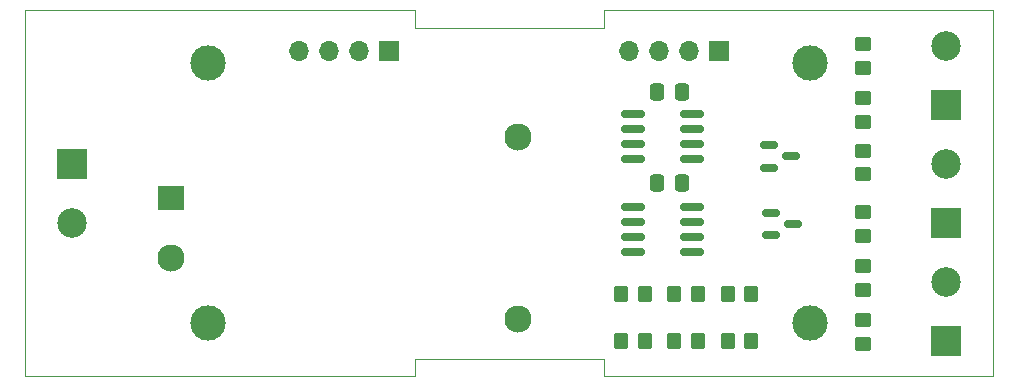
<source format=gbr>
%TF.GenerationSoftware,KiCad,Pcbnew,6.0.11-2627ca5db0~126~ubuntu20.04.1*%
%TF.CreationDate,2024-09-22T13:49:42-05:00*%
%TF.ProjectId,modbus_rtu_mirror_base_88x37x59mm,6d6f6462-7573-45f7-9274-755f6d697272,rev?*%
%TF.SameCoordinates,Original*%
%TF.FileFunction,Soldermask,Top*%
%TF.FilePolarity,Negative*%
%FSLAX46Y46*%
G04 Gerber Fmt 4.6, Leading zero omitted, Abs format (unit mm)*
G04 Created by KiCad (PCBNEW 6.0.11-2627ca5db0~126~ubuntu20.04.1) date 2024-09-22 13:49:42*
%MOMM*%
%LPD*%
G01*
G04 APERTURE LIST*
G04 Aperture macros list*
%AMRoundRect*
0 Rectangle with rounded corners*
0 $1 Rounding radius*
0 $2 $3 $4 $5 $6 $7 $8 $9 X,Y pos of 4 corners*
0 Add a 4 corners polygon primitive as box body*
4,1,4,$2,$3,$4,$5,$6,$7,$8,$9,$2,$3,0*
0 Add four circle primitives for the rounded corners*
1,1,$1+$1,$2,$3*
1,1,$1+$1,$4,$5*
1,1,$1+$1,$6,$7*
1,1,$1+$1,$8,$9*
0 Add four rect primitives between the rounded corners*
20,1,$1+$1,$2,$3,$4,$5,0*
20,1,$1+$1,$4,$5,$6,$7,0*
20,1,$1+$1,$6,$7,$8,$9,0*
20,1,$1+$1,$8,$9,$2,$3,0*%
G04 Aperture macros list end*
%TA.AperFunction,Profile*%
%ADD10C,0.100000*%
%TD*%
%ADD11R,2.500000X2.500000*%
%ADD12C,2.500000*%
%ADD13RoundRect,0.150000X-0.825000X-0.150000X0.825000X-0.150000X0.825000X0.150000X-0.825000X0.150000X0*%
%ADD14RoundRect,0.150000X-0.587500X-0.150000X0.587500X-0.150000X0.587500X0.150000X-0.587500X0.150000X0*%
%ADD15RoundRect,0.250000X-0.450000X0.350000X-0.450000X-0.350000X0.450000X-0.350000X0.450000X0.350000X0*%
%ADD16RoundRect,0.250000X-0.350000X-0.450000X0.350000X-0.450000X0.350000X0.450000X-0.350000X0.450000X0*%
%ADD17R,1.700000X1.700000*%
%ADD18O,1.700000X1.700000*%
%ADD19C,3.000000*%
%ADD20RoundRect,0.250000X-0.337500X-0.475000X0.337500X-0.475000X0.337500X0.475000X-0.337500X0.475000X0*%
%ADD21R,2.300000X2.000000*%
%ADD22C,2.300000*%
G04 APERTURE END LIST*
D10*
X133000000Y-101500000D02*
X149000000Y-101500000D01*
X149000000Y-131000000D02*
X149000000Y-129500000D01*
X149000000Y-100000000D02*
X149000000Y-101500000D01*
X133000000Y-129500000D02*
X149000000Y-129500000D01*
X100000000Y-100000000D02*
X100000000Y-131000000D01*
X100000000Y-131000000D02*
X133000000Y-131000000D01*
X182000000Y-100000000D02*
X182000000Y-131000000D01*
X149000000Y-131000000D02*
X182000000Y-131000000D01*
X100000000Y-100000000D02*
X133000000Y-100000000D01*
X133000000Y-100000000D02*
X133000000Y-101500000D01*
X133000000Y-131000000D02*
X133000000Y-129500000D01*
X149000000Y-100000000D02*
X182000000Y-100000000D01*
D11*
%TO.C,J3*%
X178000000Y-118000000D03*
D12*
X178000000Y-113000000D03*
%TD*%
D13*
%TO.C,U2*%
X151525000Y-108839000D03*
X151525000Y-110109000D03*
X151525000Y-111379000D03*
X151525000Y-112649000D03*
X156475000Y-112649000D03*
X156475000Y-111379000D03*
X156475000Y-110109000D03*
X156475000Y-108839000D03*
%TD*%
D14*
%TO.C,D1*%
X163146500Y-117160000D03*
X163146500Y-119060000D03*
X165021500Y-118110000D03*
%TD*%
D15*
%TO.C,R6*%
X171000000Y-111903000D03*
X171000000Y-113903000D03*
%TD*%
D16*
%TO.C,RJ2*%
X155000000Y-128000000D03*
X157000000Y-128000000D03*
%TD*%
D11*
%TO.C,J2*%
X178000000Y-128000000D03*
D12*
X178000000Y-123000000D03*
%TD*%
D17*
%TO.C,J5*%
X158780000Y-103505000D03*
D18*
X156240000Y-103505000D03*
X153700000Y-103505000D03*
X151160000Y-103505000D03*
%TD*%
D19*
%TO.C,MH03*%
X166500000Y-126500000D03*
%TD*%
D15*
%TO.C,R3*%
X171000000Y-126238000D03*
X171000000Y-128238000D03*
%TD*%
%TO.C,R4*%
X171000000Y-102886000D03*
X171000000Y-104886000D03*
%TD*%
D16*
%TO.C,RJ4*%
X150500000Y-124000000D03*
X152500000Y-124000000D03*
%TD*%
D20*
%TO.C,C1*%
X153562500Y-114681000D03*
X155637500Y-114681000D03*
%TD*%
D16*
%TO.C,RJ6*%
X159500000Y-124000000D03*
X161500000Y-124000000D03*
%TD*%
D19*
%TO.C,MH02*%
X166500000Y-104500000D03*
%TD*%
D11*
%TO.C,J1*%
X104000000Y-113000000D03*
D12*
X104000000Y-118000000D03*
%TD*%
D15*
%TO.C,R2*%
X171000000Y-121666000D03*
X171000000Y-123666000D03*
%TD*%
D11*
%TO.C,J4*%
X178000000Y-108000000D03*
D12*
X178000000Y-103000000D03*
%TD*%
D20*
%TO.C,C2*%
X153562500Y-106934000D03*
X155637500Y-106934000D03*
%TD*%
D21*
%TO.C,PS1*%
X112395000Y-115951000D03*
D22*
X112395000Y-120951000D03*
X141795000Y-110751000D03*
X141795000Y-126151000D03*
%TD*%
D15*
%TO.C,R1*%
X171000000Y-117094000D03*
X171000000Y-119094000D03*
%TD*%
%TO.C,R5*%
X171000000Y-107458000D03*
X171000000Y-109458000D03*
%TD*%
D13*
%TO.C,U1*%
X151525000Y-116713000D03*
X151525000Y-117983000D03*
X151525000Y-119253000D03*
X151525000Y-120523000D03*
X156475000Y-120523000D03*
X156475000Y-119253000D03*
X156475000Y-117983000D03*
X156475000Y-116713000D03*
%TD*%
D14*
%TO.C,D2*%
X163019500Y-111445000D03*
X163019500Y-113345000D03*
X164894500Y-112395000D03*
%TD*%
D17*
%TO.C,J6*%
X130840000Y-103505000D03*
D18*
X128300000Y-103505000D03*
X125760000Y-103505000D03*
X123220000Y-103505000D03*
%TD*%
D16*
%TO.C,RJ1*%
X150500000Y-128000000D03*
X152500000Y-128000000D03*
%TD*%
D19*
%TO.C,MH00*%
X115500000Y-104500000D03*
%TD*%
D16*
%TO.C,RJ3*%
X159500000Y-128000000D03*
X161500000Y-128000000D03*
%TD*%
%TO.C,RJ5*%
X155000000Y-124000000D03*
X157000000Y-124000000D03*
%TD*%
D19*
%TO.C,MH01*%
X115500000Y-126500000D03*
%TD*%
M02*

</source>
